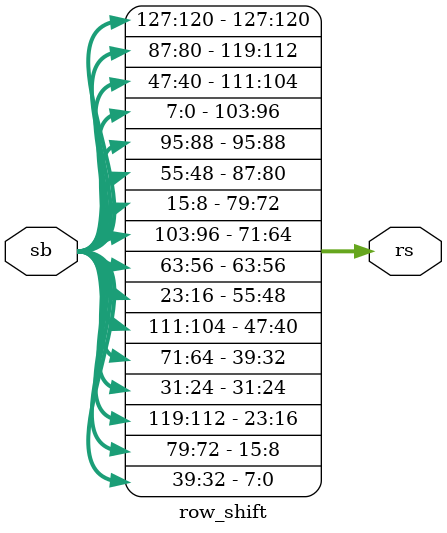
<source format=v>
`timescale 1ns / 1ps
module AES_Composite_enc(Kin, Din, Dout, Krdy, Drdy, Kvld, Dvld, EN, BSY, CLK, RSTn, cc_out); //Successful design on hardware

   input  [127:0] Kin;  // Key input
   input [127:0]  Din;  // Data input
   output [127:0] Dout; // Data output
   input          Krdy; // Key input ready
   input          Drdy; // Data input ready
   output         Kvld; // Data output valid
   output         Dvld; // Data output valid
   
   input          EN;   // AES circuit enable
   output         BSY;  // Busy signal
   input          CLK;  // System clock
   input          RSTn; // Reset (Low active)

   reg [127:0]    dat,key, rkey;
   reg [15:0]      dat0,dat1,dat2,dat3,dat4,dat5,dat6,dat7;   
   wire [127:0]   dat_next,rkey_next;
   wire [15:0] dat_next0;
   reg [79:0]      rnd;  
   reg [7:0]      rcon; 
   reg            sel;  // Indicate final round
   reg            Dvld, Kvld, BSY;
   wire           rst;
	reg [79:0]      store;
   reg            m;
   reg [1:0]      n;
   reg [2:0]      k;
   reg [3:0]      l;
   reg [3:0] d;

   reg [7:0] i; //counter
   
   //===================
   (* keep = "true" *) (* s = "true" *) output reg [31:0] cc_out;
   reg [31:0] R;
   wire [31:0] r;
   wire [31:0] b;
	reg [3:0] j;
	reg on;
   //===================

assign rst = ~RSTn;

//Instantiations
aes_core dut1(sel,i,dat,dat0,dat1,dat2,dat3,dat4,dat5,dat6,rkey_next,dat_next,dat_next0);//removed dat7 (redundant)
KeyExpantion keyexpantion (.kin(rkey), .kout(rkey_next), .rcon(rcon));


always @(posedge CLK or posedge rst) begin
      if (rst)     Dvld <= 0;
      else if (EN) Dvld <= sel;
   end

   always @(posedge CLK or posedge rst) begin
      if (rst) Kvld <= 0;
      else if (EN) Kvld <= Krdy;
   end

   always @(posedge CLK or posedge rst) begin
      if (rst) BSY <= 0;
      else if (EN) BSY <= Drdy || (rnd[79:1] | sel);
   end  
   
   /*always @(posedge CLK or posedge rst) begin
      if (rst)             rnd <= 80'd1;
      else if (EN) begin
       if(Drdy)          rnd <= {rnd[78:0],rnd[79]};
       else if(~rnd[0])  rnd <= {rnd[78:0],rnd[79]};
      end
      end*/
      
 always@(posedge CLK or posedge rst)
 begin
  if(rst) i<=8'd0; 
  else if (EN) begin
       if(i[7])         i<=8'd1;
       else if(Drdy)    i<=8'd1;
       else if(~rnd[0]) i<={i[6:0],i[7]};
 end
 end
   
 always @(posedge CLK or posedge rst) begin
      if (rst)     sel <= 0;
      else if (EN) sel <= rnd[79];
   end
 
 //Input 
 always @(posedge CLK or posedge rst) begin
      if (rst)
      begin
              dat <= 128'h0;
              dat7<=16'h0;
      end
      else if (EN) begin
         if (Drdy)   
         begin            // dat <= Din ^ key;
         dat <= Din ^ Kin;
         end
         else if ((i[7]) && (~rnd[0]|sel)) 
            begin
            dat <= dat_next;   
            dat7<=dat_next0;   
            end
        // else if(Drdy)  dat3<=dat[31:0]; 
      end
   end
   
 always @(posedge CLK or posedge rst) begin
      if (rst)                 dat0 <= 16'h0;
      else if (EN) begin
          if ((i[0]) && (~rnd[0]|sel))  dat0 <= dat_next0;   
          //else if(Drdy)  dat0<=dat[127:96]; 
      end
   end
  
 always @(posedge CLK or posedge rst) begin
      if (rst)                 dat1 <= 16'h0;
      else if (EN) begin
          if ((i[1]) && (~rnd[0]|sel))  dat1 <= dat_next0; 
          //else if(Drdy)  dat1<=dat[95:64];     
      end
   end
   
 always @(posedge CLK or posedge rst) begin
      if (rst)                 dat2 <= 16'h0;
      else if (EN) begin
          if ((i[2]) && (~rnd[0]|sel))  dat2 <= dat_next0; 
          //else if(Drdy)  dat2<=dat[63:32];     
      end
   end
  always @(posedge CLK or posedge rst) begin
      if (rst)                 dat3 <= 16'h0;
      else if (EN) begin
          if ((i[3]) && (~rnd[0]|sel))  dat3<= dat_next0; 
          //else if(Drdy)  dat2<=dat[63:32];     
      end
   end
always @(posedge CLK or posedge rst) begin
      if (rst)                 dat4 <= 16'h0;
      else if (EN) begin
          if ((i[4]) && (~rnd[0]|sel))  dat4<= dat_next0; 
          //else if(Drdy)  dat2<=dat[63:32];     
      end
   end
always @(posedge CLK or posedge rst) begin
      if (rst)                 dat5 <= 16'h0;
      else if (EN) begin
          if ((i[5]) && (~rnd[0]|sel))  dat5<= dat_next0; 
          //else if(Drdy)  dat2<=dat[63:32];     
      end
   end
always @(posedge CLK or posedge rst) begin
      if (rst)                 dat6 <= 16'h0;
      else if (EN) begin
          if ((i[6]) && (~rnd[0]|sel))  dat6<= dat_next0; 
          //else if(Drdy)  dat2<=dat[63:32];     
      end
   end
   
   
 assign Dout = dat; 

 always @(posedge CLK or posedge rst) begin
      if (rst)     key <= 128'h0;
      else if (EN)
        if (Krdy)  key <= Kin;
   end
   
   //Key
   always @(posedge CLK or posedge rst) begin
      if (rst)         rkey <= 128'h0;
      else if (EN) begin
         if (Krdy)        rkey <= Kin;
         else if (rnd[0] && ~on) rkey <= key;
         else if (i[7] && (~rnd[0]|sel)) rkey <= rkey_next;
      end
   end 
  
 always @(posedge CLK or posedge rst) begin
     if (rst)          rcon <= 8'h01;
     else if (EN) begin
        if (Drdy)    rcon <= 8'h01;
        else if ((i[7])&& ~rnd[0]) rcon <= xtime(rcon);
     end
   end
   
   function [7:0] xtime;
      input [7:0] x;
      xtime = (x[7]==1'b0)? {x[6:0],1'b0} : {x[6:0],1'b0} ^ 8'h1B;
   endfunction
	
	//false clock insertion with collatz conjecture (rnd[8] | rnd[72]){important code for first and last round insertion}
	
	always @(posedge CLK or posedge rst) begin
      if (rst)                 m <= 1'b0;
		else if (m!=1'b0)           m <= 1'b0;
      else if (EN && (~store[0]) && (rnd[8] | rnd[72]) && d[0])   m <= 1'b1;
      else m <= 1'b0;
   end
   
   always @(posedge CLK or posedge rst) begin
      if (rst)                 n <= 2'b00;
		else if (n!=2'd0)           n <= {1'b0,n[1]};
      else if (EN && (~store[0]) && (rnd[8] | rnd[72]) && d[1])   n <= 2'b10;
		else n <= 2'd0;
   end
	
   always @(posedge CLK or posedge rst) begin
      if (rst)                 k <= 3'b000;
		else if (k!=3'd0)           k <= {1'b0,k[2:1]};    
      else if (EN && (~store[0]) && (rnd[8] | rnd[72]) && d[2])   k <= 3'b100;
		else k <= 3'd0;
   end
   
   always @(posedge CLK or posedge rst) begin
      if (rst)                 l <= 4'b0000;
		else if (l!=4'd0)           l <= {1'b0,l[3:1]};
      else if (EN && (~store[0]) && (rnd[8] | rnd[72]) && d[2])   l <= 4'b1000;
		else l <= 4'd0;
   end
	
	
	
	always @ (posedge CLK or posedge rst) begin
	   if (rst) on <= 1'b0;
		else if (rnd[8] | rnd[72] && ~store[0]) on <= 1'b1;
		else if ((!m) && (!n) && (!k) && (!l)) on <= 1'b0;
	end
	
	wire h = (on && (!m) && (!n) && (!k) && (!l));
	
	always @(posedge CLK or posedge rst) begin
      if (rst)    begin    rnd <= 80'd1;  store <= 80'd1; end
      else if (EN) begin
         if (Drdy)  begin       rnd <= {rnd[78:0], rnd[79]};  store <= 80'd0; end
         else if ((rnd[8] | rnd[72] && ~store[0]) || h)  begin 
                 if(store==80'd0) begin store <= {rnd[78:0], rnd[79]}; rnd <= 80'd1;  end
                 else if ((!m) && (!n) && (!k) && (!l)) begin rnd <= store; store <= 80'd0; end    
         end
			else if(~rnd[0])  rnd <= {rnd[78:0],rnd[79]};
      end
   end
   
   //Collatz conjecture---------------------------------
   
   assign r = R;
   assign b = cc_out;
   
   always @ (posedge CLK or posedge rst) begin
   //if (rst) R <= 8'hff;
	//if (rst) R <= 16'hffff;
   if (rst) R <= 32'hffffffff;
	//if (rst) R <= 64'hffffffffffffffff;
	//if (rst) R <= 128'hffffffffffffffffffffffffffffffff;
	else R <= cc_out;
   end
   
   /*always @ (posedge CLK or posedge rst) begin
     if (rst) cc_out <= R;
     else if (!(!(store ^ rnd)) && !(rnd^10'b00_0000_0001)) begin
       case (dat[1:0]%4)
         2'd0: cc_out[7:0] <= (r[0]==0)?(r[7:0]>>1):(r[7:0]<<1)+r[7:0]+8'd1;
         2'd1: cc_out[7:0] <= (r[0]==0)?(r[7:0]>>1):(r[7:0]<<2)+8'd1;
         2'd2: cc_out[7:0] <= (r[0]==0)?(r[7:0]>>1):(r[7:0]<<2)+r[7:0]+8'd1;
         2'd3: cc_out[7:0] <= (r[0]==0)?(r[7:0]>>1):(r[7:0]<<2)+(r[7:0]<<1)+8'd1;
         default: cc_out <= b;
       endcase
     end
     else cc_out <= b;
   end*/
    
    always @ (posedge CLK or posedge rst) begin
      if (rst) j <= 4'd0;
		else if (sel) j <= 4'd0;
      else if (i[7]) j <= j + 4'd1;
      else j <= j;
    end
	wire g = ((|rnd[8:0]) || (j == 4'd9)) && BSY;
	//2 rounds only
	always @ (*) begin
     if (rst) cc_out <= R;
     else if (g) begin //!(rnd^10'd2) || sel <====code1, (Drdy && !(rnd^10'd1)) || sel <====code2
       /*case (dat_next0[1:0]%4)
         2'd0: cc_out[7:0] <= (r[0]==0)?(r[7:0]>>1):(r[7:0]<<1)+r[7:0]+8'd1;
         2'd1: cc_out[7:0] <= (r[0]==0)?(r[7:0]>>1):(r[7:0]<<2)+8'd1;
         2'd2: cc_out[7:0] <= (r[0]==0)?(r[7:0]>>1):(r[7:0]<<2)+r[7:0]+8'd1;
         2'd3: cc_out[7:0] <= (r[0]==0)?(r[7:0]>>1):(r[7:0]<<2)+(r[7:0]<<1)+8'd1;
         default: cc_out <= b;
       endcase*/
		 /*case (dat_next0[1:0]%4)
         2'd0: cc_out[15:0] <= (r[0]==0)?(r[15:0]>>1):(r[15:0]<<1)+r[15:0]+16'd1;
         2'd1: cc_out[15:0] <= (r[0]==0)?(r[15:0]>>1):(r[15:0]<<2)+16'd1;
         2'd2: cc_out[15:0] <= (r[0]==0)?(r[15:0]>>1):(r[15:0]<<2)+r[15:0]+16'd1;
         2'd3: cc_out[15:0] <= (r[0]==0)?(r[15:0]>>1):(r[15:0]<<2)+(r[15:0]<<1)+16'd1;
         default: cc_out <= b;
       endcase*/
		 case (dat_next0[1:0]%4)
         2'd0: cc_out[31:0] <= (r[0]==0)?(r[31:0]>>1):(r[31:0]<<1)+r[31:0]+32'd1;
         2'd1: cc_out[31:0] <= (r[0]==0)?(r[31:0]>>1):(r[31:0]<<2)+32'd1;
         2'd2: cc_out[31:0] <= (r[0]==0)?(r[31:0]>>1):(r[31:0]<<2)+r[31:0]+32'd1;
         2'd3: cc_out[31:0] <= (r[0]==0)?(r[31:0]>>1):(r[31:0]<<2)+(r[31:0]<<1)+32'd1;
         default: cc_out <= b;
       endcase
		 /*case (dat_next0[1:0]%4)
         2'd0: cc_out[63:0] <= (r[0]==0)?(r[63:0]>>1):(r[63:0]<<1)+r[63:0]+64'd1;
         2'd1: cc_out[63:0] <= (r[0]==0)?(r[63:0]>>1):(r[63:0]<<2)+64'd1;
         2'd2: cc_out[63:0] <= (r[0]==0)?(r[63:0]>>1):(r[63:0]<<2)+r[63:0]+64'd1;
         2'd3: cc_out[63:0] <= (r[0]==0)?(r[63:0]>>1):(r[63:0]<<2)+(r[63:0]<<1)+64'd1;
         default: cc_out <= b;
       endcase*/
		 /*case (dat_next0[1:0]%4)
         2'd0: cc_out[127:0] <= (r[0]==0)?(r[127:0]>>1):(r[127:0]<<1)+r[127:0]+128'd1;
         2'd1: cc_out[127:0] <= (r[0]==0)?(r[127:0]>>1):(r[127:0]<<2)+128'd1;
         2'd2: cc_out[127:0] <= (r[0]==0)?(r[127:0]>>1):(r[127:0]<<2)+r[127:0]+128'd1;
         2'd3: cc_out[127:0] <= (r[0]==0)?(r[127:0]>>1):(r[127:0]<<2)+(r[127:0]<<1)+128'd1;
         default: cc_out <= b;
       endcase*/
     end
     else cc_out <= b;
    end
	 
	 wire [1:0]  p;

    assign p=cc_out%4;
   
    always@(*) begin
     case(p)
     0: begin d=4'b0001; end
     1: begin d=4'b0010; end
     2: begin d=4'b0100; end
     3: begin d=4'b1000; end
     endcase
	 end
 
endmodule

//***********************************************************************************************

module aes_core(sel,i,dat,din0,din1,din2,din3,din4,din5,din6,k,datout,dout);
input sel;
input [7:0]i;
input [15:0] din0,din1,din2,din3,din4,din5,din6;
output reg[15:0] dout;
input [127:0] dat,k;
output [127:0] datout;
reg [15:0] a;
wire [15:0]b; //inputs to byte-substitution block

wire [127:0]data,data1,data2;
wire [127:0] rx; //input to row-shift block
wire [127:0] rs; //output after row-shift
wire [31:0] mx0,mx1,mx2,mx3; //input to mix-column block
wire [31:0] my0,my1,my2,my3; //output of mix-column block

masoleh f(a,b);
always@(*)begin 
    case(i)
    8'd1: begin
        a<=dat[127:112];
        dout<=b;
    end
    8'd2: begin
        a<=dat[111:96];
        dout<=b;
    end
    8'd4: begin
        a<=dat[95:80];
        dout<=b;
    end
    8'd8: begin
        a<=dat[79:64];
        dout<=b;
    end
    8'd16: begin
        a<=dat[63:48];
        dout<=b;
    end
    8'd32: begin
        a<=dat[47:32];
        dout<=b;
    end
    8'd64: begin
        a<=dat[31:16];
        dout<=b;
    end
    8'd128: begin
        a<=dat[15:0];
        dout<=b;
    end
	 default: begin
	     a<=dat[15:0];
        dout<=b;
	 end
    endcase
end
//ROW-SHIFT MODULE

row_shift f17(rx,rs);

//MIX-COLUMN MODULE
MixColumns f18(mx0,my0);
MixColumns f19(mx1,my1);
MixColumns f20(mx2,my2);
MixColumns f21(mx3,my3);
 
 
 assign data={din0,din1,din2,din3,din4,din5,din6,b};
 
 assign rx=data;
 assign data1=rs;
 
 assign {mx0,mx1,mx2,mx3}=data1;
 assign data2={my0,my1,my2,my3};
 
 assign datout=(sel)?data1^k:data2^k;

endmodule

//************************************************************************************************
module MixColumns(x, y);

   //------------------------------------------------
   input  [31:0]  x;
   output [31:0]  y;

   //------------------------------------------------
   wire [7:0]    a0, a1, a2, a3;
   wire [7:0]    b0, b1, b2, b3;

   assign a0 = x[31:24];
   assign a1 = x[23:16];
   assign a2 = x[15: 8];
   assign a3 = x[ 7: 0];

   assign b0 = xtime(a0);
   assign b1 = xtime(a1);
   assign b2 = xtime(a2);
   assign b3 = xtime(a3);

   assign y[31:24] =    b0 ^ a1^b1 ^ a2    ^ a3;
   assign y[23:16] = a0        ^b1 ^ a2^b2 ^ a3;
   assign y[15: 8] = a0    ^ a1        ^b2 ^ a3^b3;
   assign y[ 7: 0] = a0^b0 ^ a1    ^ a2        ^b3;
  
   function [7:0] xtime;
      input [7:0] x;
      xtime = (x[7]==1'b0)? {x[6:0],1'b0} : {x[6:0],1'b0} ^ 8'h1B;
   endfunction
   
endmodule // MixColumns
//************************************************************************************************

module KeyExpantion (kin, kout, rcon);

   //------------------------------------------------
   input [127:0]  kin;
   output [127:0] kout;
   input [7:0] 	  rcon;

   //------------------------------------------------
   wire [31:0]   ws,wr, w0, w1, w2, w3;
   wire [15:0] ws1,ws2;

   //------------------------------------------------
  // maximov SB1 ({kin[23:16], kin[15:8], kin[7:0], kin[31:24]}, ws);
   masoleh max1({kin[23:16],kin[15:8]},ws1);
   masoleh max2({kin[7:0],kin[31:24]},ws2);
   assign ws={ws1,ws2};
   assign wr = {(ws[31:24] ^ rcon), ws[23:0]};

   assign w0 = wr ^ kin[127:96];
   assign w1 = w0 ^ kin[95:64];
   assign w2 = w1 ^ kin[63:32];
   assign w3 = w2 ^ kin[31:0];

   assign kout = {w0, w1, w2, w3};

endmodule // KeyExpantion

//*********************************************************************************************
///////////masoleh/////////////////

module masoleh(x,y); // maximov based sbox
input [15:0] x;
output [15:0] y;

wire [7:0] byte_in1, byte_in2;
wire [7:0] byte_out1, byte_out2;

assign byte_in1 = x[15:8];
assign byte_in2 = x[7:0];

Newlight_sbox cm1(byte_in1, byte_out1);
Newlight_sbox cm2(byte_in2, byte_out2);

assign y = {byte_out1, byte_out2};
endmodule
module Newlight_sbox( input [7:0] g,
                      output [7:0] s
    );
    
wire y1,y2,y3,y4,y5,y6,y7,y8,y9,y10,y11,y12,y13,y14,y15,y16,y17,y18;
wire l1,l2,l3,l4;
wire x1,x2,x3,x4;
wire r1,r2,r3,r4,r5,r6,r7,r8,r9,r10,r11,r12;

In_tf m1 (.g(g),.a0(y1),.a1(y2),.a2(y3),.a3(y4),.b0(y5),.b1(y6),.b2(y7),.b3(y8),
          .a01(y9),.a02(y10),.a13(y11),.a23(y12),.ap(y13),.b01(y14),.b02(y15),.b13(y16),.b23(y17),.bp(y18)   );
          
expo_comp m2 (.a0(y1) ,.a1(y2),.a2(y3),.a3(y4),.b0(y5),.b1(y6),.b2(y7),.b3(y8),
           .a01(y9),.a02(y10),.a13(y11),.a23(y12),.ap(y13),.b01(y14),.b02(y15),.b13(y16),.b23(y17),.bp(y18),.d0(l1),.d1(l2),.d2(l3),.d3(l4));
Inv_4 m3 (   .d0(l1),.d1(l2),.d2(l3),.d3(l4),.e0(x1),.e1(x2),.e2(x3),.e3(x4)  );
mul_out m4 ( .e0(x1),.e1(x2),.e2(x3),.e3(x4),.a0(y1),.a1(y2),.a2(y3),.a3(y4),.b0(y5),.b1(y6),.b2(y7),.b3(y8),
             .a01(y9),.a02(y10),.a13(y11),.a23(y12),.ap(y13),.b01(y14),.b02(y15),.b13(y16),.b23(y17),.bp(y18),
             .w0(r1),.w1(r2),.w2(r3),.w3(r4),.w4(r5),.w5(r6),.z0(r7),.z1(r8),.z2(r9),.z3(r10),.z4(r11),.z5(r12) );
out_tf m5 (  .w0(r1),.w1(r2),.w2(r3),.w3(r4),.w4(r5),.w5(r6),.z0(r7),.z1(r8),.z2(r9),.z3(r10),.z4(r11),.z5(r12),.s(s));            
             
endmodule
module In_tf(input [7:0] g,
             output a0,a1,a2,a3,b0,b1,b2,b3,
             output a01,a02,a13,a23,ap,b01,b02,b13,b23,bp
             );
             wire t0,t1;
assign a0 = b3^g[4];
assign a1 = a13^a3;
assign a2 = b3^g[7];
assign a3 = b3^g[1];

assign b0 = g[0];
assign b1 = b01^g[0];
assign b2 = b0^b02;
assign b3 = b23^b2;

assign a01 = a23^ap;
assign a02 = g[7]^g[4];
assign a13 = g[7]^g[2];
assign a23 = g[7]^g[1];
assign ap = g[4]^g[2];

assign b01 = t0^a01;
assign b02 = t1^g[6];
assign b13 = b02^bp;
assign b23 = t1^g[5];
assign bp = b23^b01;

assign t0 = g[3]^g[2];
assign t1 = t0^g[1]; 

endmodule
module expo_comp( input a0,a1,a2,a3,b0,b1,b2,b3,a01,a02,a13,a23,ap,b01,b02,b13,b23,bp,
                  output d0,d1,d2,d3  );


assign d0 = ~(a01&b01)^(~(a02&b02))^(~(a0&b0))^(~(a13|b13));
assign d1 = ~(a01&b01)^(~(a02|b02))^(~(a1&b1))^(~(ap&bp));
assign d2 = ~(a2|b2)^(~(a13&b13))^(~(a23&b23))^(~(a02&b02));
assign d3 = ~(a3&b3)^(~(ap&bp))^(~(a23|b23))^(~(a02&b02));                 
endmodule
module Inv_4( input d0,d1,d2,d3,
              output e0,e1,e2,e3 );
   assign e0 = d3&(d0^d1) | d2&((~d0)|d3);
   assign e1 = (~d2)&d3&(d0^~d1) | d2&(d1|(~d3));           
   assign e2 = d1&(d2^d3) | d0&((~d2)|d1);   
   assign e3 = (~d0)&d1&(d2^~d3) | d0&(d3 | (~d1));       
endmodule
module mul_out( input a0,a1,a2,a3,b0,b1,b2,b3,a01,a02,a13,a23,ap,b01,b02,b13,b23,bp,
                      e0,e1,e2,e3,
                output w0,w1,w2,w3,w4,w5,
                output z0,z1,z2,z3,z4,z5      
    );
  wire e02,e13;

assign  e02 = e0^e2;
assign  e13 = e1^e3;

assign w0 = ~(b1&e0)^(~(b01&e1)); 
assign w1 = ~(b0&e1)^(~(b01&e0));
assign w2 = ~(b3&e2)^(~(b23&e3));
assign w3 = ~(b2&e3)^(~(b23&e2));
assign w4 = ~(b13&e13)^(~(b02&e02));
assign w5 = ~(bp&e13)^(~(b13&e02));

assign z0 = ~(a1&e0)^(~(a01&e1));
assign z1 = ~(a0&e1)^(~(a01&e0));
assign z2 = ~(a3&e2)^(~(a23&e3));
assign z3 = ~(a2&e3)^(~(a23&e2));
assign z4 = ~(a13&e13)^(~(a02&e02));
assign z5 = ~(ap&e13)^(~(a13&e02));   
endmodule
module out_tf( input w0,w1,w2,w3,w4,w5,
               input z0,z1,z2,z3,z4,z5,
               output [7:0] s
                                         );
 wire t2,t3,t4,t5,t6;                                        
  
 assign t2 = w3^z1^z5;                                        
 assign t3 = w0^w2;
 assign t4 = w3^w5;
 assign t5 = w0^w4;  
 assign t6 = t5^z2;
 
 assign s[7] = t2^w5;
 assign s[6] = t4^~s[4];
 assign s[5] = t6^~z4;
 assign s[4] = t2^w1;
 assign s[3] = t3^s[4];
 assign s[2] = t6^z0^s[7];
 assign s[1] = t5^t4^s[0];
 assign s[0] = ~(t3^z3^z5);
                                      
endmodule



//*********************************************************************************************

module row_shift(sb,rs);
input [127:0] sb;
output reg [127:0] rs;

always@(sb)
begin
             //Bytes-1,5,9,13 have no row shift
       rs[127:120] = sb[127:120]; // byte-1
       rs[119:112] = sb[87:80]; // new byte-2 
       rs[111:104] = sb[47:40]; // new byte-3
       rs[103:96]  = sb[7:0];   // new byte-4
             
       rs[95:88]   = sb[95:88]; // byte-5
       rs[87:80]   = sb[55:48]; // new byte-6
       rs[79:72]   = sb[15:8];  // new byte-7
       rs[71:64]   = sb[103:96];// new byte-8
             
       rs[63:56]   = sb[63:56]; // byte-9
       rs[55:48]   = sb[23:16]; // new byte-10
       rs[47:40]   = sb[111:104];// new byte-11
       rs[39:32]   = sb[71:64]; // new byte-12
             
       rs[31:24]   = sb[31:24]; // byte-13
       rs[23:16]   = sb[119:112]; // new byte-14
       rs[15:8]    = sb[79:72]; // new byte-15
       rs[7:0]     = sb[39:32]; // new byte-16 
end                 
endmodule

</source>
